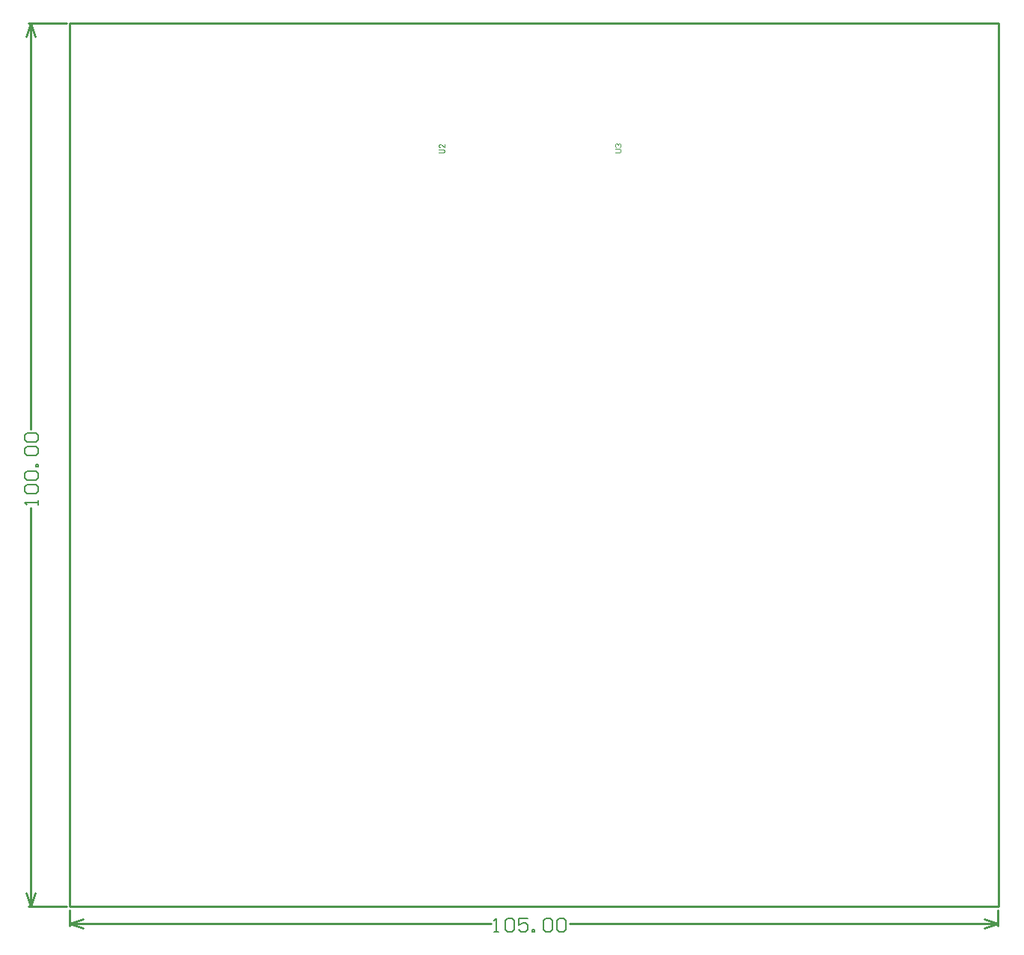
<source format=gm1>
G04*
G04 #@! TF.GenerationSoftware,Altium Limited,Altium Designer,20.2.3 (150)*
G04*
G04 Layer_Color=16711935*
%FSLAX25Y25*%
%MOIN*%
G70*
G04*
G04 #@! TF.SameCoordinates,12439D86-AE7D-45F5-80DB-552B17048F2A*
G04*
G04*
G04 #@! TF.FilePolarity,Positive*
G04*
G01*
G75*
%ADD12C,0.00394*%
%ADD15C,0.01000*%
%ADD71C,0.00600*%
D12*
X255039Y350200D02*
X257006D01*
X257400Y350594D01*
Y351381D01*
X257006Y351774D01*
X255039D01*
X255432Y352561D02*
X255039Y352955D01*
Y353742D01*
X255432Y354136D01*
X255826D01*
X256219Y353742D01*
Y353349D01*
Y353742D01*
X256613Y354136D01*
X257006D01*
X257400Y353742D01*
Y352955D01*
X257006Y352561D01*
X176539Y350000D02*
X178506D01*
X178900Y350394D01*
Y351181D01*
X178506Y351574D01*
X176539D01*
X178900Y353936D02*
Y352361D01*
X177326Y353936D01*
X176932D01*
X176539Y353542D01*
Y352755D01*
X176932Y352361D01*
D15*
X425600Y14000D02*
X425600Y407701D01*
X12100Y14000D02*
X425486D01*
X12100Y407701D02*
X12100Y14000D01*
X12100Y407701D02*
X425600D01*
X-7400Y20000D02*
X-5400Y14000D01*
X-3400Y20000D01*
X-5400Y407701D02*
X-3400Y401701D01*
X-7400D02*
X-5400Y407701D01*
Y14000D02*
Y191656D01*
Y226845D02*
Y407701D01*
X-6400Y14000D02*
X10600D01*
X-6400Y407701D02*
X10600D01*
X12100Y6500D02*
X18100Y8500D01*
X12100Y6500D02*
X18100Y4500D01*
X419486D02*
X425486Y6500D01*
X419486Y8500D02*
X425486Y6500D01*
X12100D02*
X199598D01*
X234788D02*
X425486D01*
X12100Y5500D02*
Y12500D01*
X425486Y5500D02*
Y12500D01*
D71*
X-1801Y193256D02*
Y195255D01*
Y194255D01*
X-7799D01*
X-6799Y193256D01*
Y198254D02*
X-7799Y199254D01*
Y201253D01*
X-6799Y202253D01*
X-2801D01*
X-1801Y201253D01*
Y199254D01*
X-2801Y198254D01*
X-6799D01*
Y204252D02*
X-7799Y205252D01*
Y207251D01*
X-6799Y208251D01*
X-2801D01*
X-1801Y207251D01*
Y205252D01*
X-2801Y204252D01*
X-6799D01*
X-1801Y210250D02*
X-2801D01*
Y211250D01*
X-1801D01*
Y210250D01*
X-6799Y215248D02*
X-7799Y216248D01*
Y218248D01*
X-6799Y219247D01*
X-2801D01*
X-1801Y218248D01*
Y216248D01*
X-2801Y215248D01*
X-6799D01*
Y221247D02*
X-7799Y222246D01*
Y224246D01*
X-6799Y225245D01*
X-2801D01*
X-1801Y224246D01*
Y222246D01*
X-2801Y221247D01*
X-6799D01*
X201198Y2901D02*
X203198D01*
X202198D01*
Y8899D01*
X201198Y7899D01*
X206196D02*
X207196Y8899D01*
X209195D01*
X210195Y7899D01*
Y3901D01*
X209195Y2901D01*
X207196D01*
X206196Y3901D01*
Y7899D01*
X216193Y8899D02*
X212194D01*
Y5900D01*
X214194Y6900D01*
X215194D01*
X216193Y5900D01*
Y3901D01*
X215194Y2901D01*
X213194D01*
X212194Y3901D01*
X218193Y2901D02*
Y3901D01*
X219192D01*
Y2901D01*
X218193D01*
X223191Y7899D02*
X224191Y8899D01*
X226190D01*
X227190Y7899D01*
Y3901D01*
X226190Y2901D01*
X224191D01*
X223191Y3901D01*
Y7899D01*
X229189D02*
X230189Y8899D01*
X232188D01*
X233188Y7899D01*
Y3901D01*
X232188Y2901D01*
X230189D01*
X229189Y3901D01*
Y7899D01*
M02*

</source>
